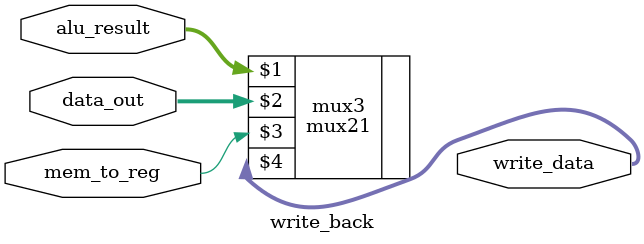
<source format=sv>
module write_back(
        input logic mem_to_reg,
        input logic[31:0] alu_result, data_out,// pc_imm,
        output logic[31:0] write_data
    );
    
    mux21 mux3(alu_result, data_out, mem_to_reg, write_data);

endmodule

</source>
